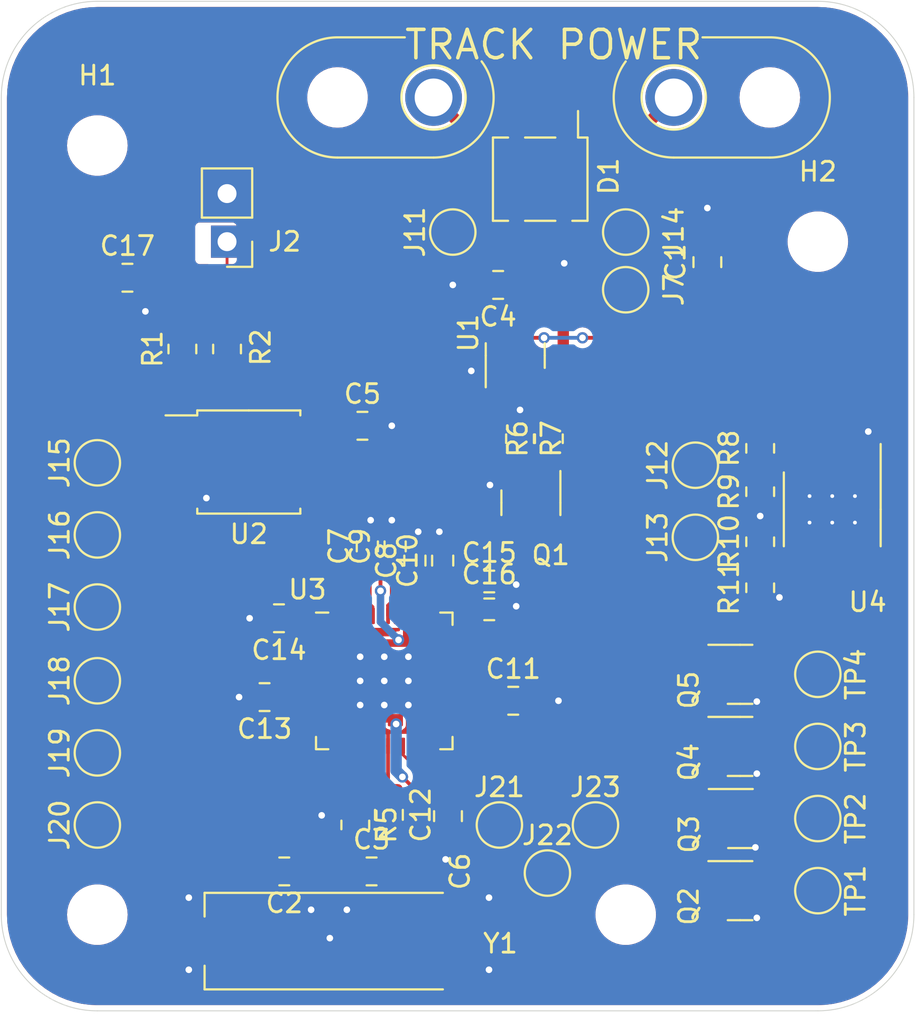
<source format=kicad_pcb>
(kicad_pcb (version 20221018) (generator pcbnew)
  (title_block (title "RP2040 Minimal Design Example") (date "2020-07-13") (rev "REV1") (company "Raspberry Pi (Trading) Ltd"))
  (layers (0 "F.Cu" signal) (31 "B.Cu" signal) (34 "B.Paste" user) (35 "F.Paste" user) (36 "B.SilkS" user "B.Silkscreen") (37 "F.SilkS" user "F.Silkscreen") (38 "B.Mask" user) (39 "F.Mask" user) (44 "Edge.Cuts" user))
  (net 0 "")
  (net 1 "+3V3")
  (net 2 "GND")
  (net 3 "/XIN")
  (net 4 "Net-(C3-Pad1)")
  (net 5 "VCC")
  (net 6 "+1V1")
  (net 7 "/~{USB_BOOT}")
  (net 8 "/MOTOR_OUT_A")
  (net 9 "/MOTOR_OUT_B")
  (net 10 "/GPIO0")
  (net 11 "/GPIO1")
  (net 12 "/GPIO2")
  (net 13 "/GPIO3")
  (net 14 "/GPIO4")
  (net 15 "/GPIO5")
  (net 16 "/SWCLK")
  (net 17 "/SWD")
  (net 18 "/RUN")
  (net 19 "Net-(Q1-G)")
  (net 20 "/GPIO21")
  (net 21 "/GPIO24")
  (net 22 "Net-(Q2-D)")
  (net 23 "/GPIO25")
  (net 24 "Net-(Q3-D)")
  (net 25 "/GPIO26")
  (net 26 "Net-(Q4-D)")
  (net 27 "/GPIO27")
  (net 28 "Net-(Q5-D)")
  (net 29 "/QSPI_SS")
  (net 30 "/XOUT")
  (net 31 "/GPIO28_ADC2")
  (net 32 "/GPIO29_ADC3")
  (net 33 "/QSPI_SD1")
  (net 34 "/QSPI_SD2")
  (net 35 "/QSPI_SD0")
  (net 36 "/QSPI_SCLK")
  (net 37 "/QSPI_SD3")
  (net 47 "Net-(J5-Pin_1)")
  (net 48 "/GPIO22")
  (net 49 "/GPIO23")
  (net 54 "Net-(J6-Pin_1)")
  (footprint "TestPoint:TestPoint_Pad_D2.0mm" (layer "F.Cu") (at 149.86 100.584 90)
    (fp_text reference "J17")
    (fp_text value "2")
  )
  (footprint "TestPoint:TestPoint_Pad_D2.0mm" (layer "F.Cu") (at 187.96 104.14 -90)
    (fp_text reference "TP4")
    (fp_text value "0")
  )
  (footprint "Capacitor_SMD:C_0805_2012Metric_Pad1.18x1.45mm_HandSolder" (layer "F.Cu") (at 165.278 111.564 -90)
    (fp_text reference "C12")
    (fp_text value "100n")
  )
  (footprint "Package_TO_SOT_SMD:TO-269AA" (layer "F.Cu") (at 173.279 77.978 -90)
    (fp_text reference "D1")
    (fp_text value "KMB24F")
  )
  (footprint "TestPoint:TestPoint_Pad_D2.0mm" (layer "F.Cu") (at 176.2 112.1)
    (fp_text reference "J23")
    (fp_text value "RUN")
  )
  (footprint "Package_SO:SOIC-8_5.23x5.23mm_P1.27mm" (layer "F.Cu") (at 157.868 92.923)
    (fp_text reference "U2")
    (fp_text value "W25Q128JVS")
  )
  (footprint "Resistor_SMD:R_0805_2012Metric_Pad1.20x1.40mm_HandSolder" (layer "F.Cu") (at 163.5 112.098 -90)
    (fp_text reference "R5")
    (fp_text value "1k")
  )
  (footprint "Package_TO_SOT_SMD:SOT-23" (layer "F.Cu") (at 172.786 95.0745 -90)
    (fp_text reference "Q1")
    (fp_text value "T2N7002BK")
  )
  (footprint "TestPoint:TestPoint_Pad_D2.0mm" (layer "F.Cu") (at 177.8 83.82 -90)
    (fp_text reference "J7")
    (fp_text value "+3V3")
  )
  (footprint "Resistor_SMD:R_0805_2012Metric_Pad1.20x1.40mm_HandSolder" (layer "F.Cu") (at 184.912 97.1344 90)
    (fp_text reference "R10")
    (fp_text value "6k8")
  )
  (footprint "MountingHole:MountingHole_2.7mm_M2.5" (layer "F.Cu") (at 185.42 73.66 -90)
    (fp_text reference "H5" hide)
    (fp_text value "MountingHole")
  )
  (footprint "Package_TO_SOT_SMD:SOT-23" (layer "F.Cu") (at 183.8475 104.14)
    (fp_text reference "Q5")
    (fp_text value "T2N7002BK")
  )
  (footprint "Capacitor_SMD:C_0805_2012Metric_Pad1.18x1.45mm_HandSolder" (layer "F.Cu") (at 168.402 111.633 -90)
    (fp_text reference "C6")
    (fp_text value "100n")
  )
  (footprint "TestPoint:TestPoint_Pad_D2.0mm" (layer "F.Cu") (at 181.483 96.901 90)
    (fp_text reference "J13")
    (fp_text value "M_OUT_A")
  )
  (footprint "Resistor_SMD:R_0805_2012Metric_Pad1.20x1.40mm_HandSolder" (layer "F.Cu") (at 173.736 91.692 90)
    (fp_text reference "R6")
    (fp_text value "6k8")
  )
  (footprint "TestPoint:TestPoint_Pad_D2.0mm" (layer "F.Cu") (at 168.656 80.772 90)
    (fp_text reference "J11")
    (fp_text value "+V")
  )
  (footprint "Capacitor_SMD:C_0805_2012Metric_Pad1.18x1.45mm_HandSolder" (layer "F.Cu") (at 171.8525 105.537)
    (fp_text reference "C11")
    (fp_text value "100n")
  )
  (footprint "TestPoint:TestPoint_Pad_D2.0mm" (layer "F.Cu") (at 149.86 108.29 90)
    (fp_text reference "J19")
    (fp_text value "4")
  )
  (footprint "Package_TO_SOT_SMD:SOT-23" (layer "F.Cu") (at 183.8475 115.57)
    (fp_text reference "Q2")
    (fp_text value "T2N7002BK")
  )
  (footprint "MountingHole:MountingHole_2.7mm_M2.5" (layer "F.Cu") (at 162.56 73.66 180)
    (fp_text reference "H6" hide)
    (fp_text value "MountingHole")
  )
  (footprint "TestPoint:TestPoint_Pad_D2.0mm" (layer "F.Cu") (at 149.86 92.964 90)
    (fp_text reference "J15")
    (fp_text value "0")
  )
  (footprint "Resistor_SMD:R_0805_2012Metric_Pad1.20x1.40mm_HandSolder" (layer "F.Cu") (at 184.912 92.2 90)
    (fp_text reference "R8")
    (fp_text value "6k8")
  )
  (footprint "Capacitor_SMD:C_0805_2012Metric_Pad1.18x1.45mm_HandSolder" (layer "F.Cu") (at 158.702 105.3436 180)
    (fp_text reference "C13")
    (fp_text value "100n")
  )
  (footprint "TestPoint:TestPoint_Pad_D2.0mm" (layer "F.Cu") (at 177.8 80.772 90)
    (fp_text reference "J14")
    (fp_text value "GND")
  )
  (footprint "Capacitor_SMD:C_0805_2012Metric_Pad1.18x1.45mm_HandSolder" (layer "F.Cu") (at 170.584 100.543)
    (fp_text reference "C16")
    (fp_text value "100n")
  )
  (footprint "TestPoint:TestPoint_Pad_D2.0mm" (layer "F.Cu") (at 181.483 93.091 90)
    (fp_text reference "J12")
    (fp_text value "M_OUT_B")
  )
  (footprint "Capacitor_SMD:C_0805_2012Metric_Pad1.18x1.45mm_HandSolder" (layer "F.Cu") (at 164.3128 97.38 90)
    (fp_text reference "C7")
    (fp_text value "100n")
  )
  (footprint "TestPoint:TestPoint_Plated_Hole_D2.0mm" (layer "F.Cu") (at 180.34 73.66 180)
    (fp_text reference "J5" hide)
    (fp_text value "T0")
  )
  (footprint "Connector_PinHeader_2.54mm:PinHeader_1x02_P2.54mm_Vertical" (layer "F.Cu") (at 156.718 81.28 180)
    (fp_text reference "J2")
    (fp_text value "Conn_01x02")
  )
  (footprint "MountingHole:MountingHole_2.7mm_M2.5" (layer "F.Cu") (at 149.86 116.84 90)
    (fp_text reference "H4" hide)
    (fp_text value "MountingHole")
  )
  (footprint "Capacitor_SMD:C_0805_2012Metric_Pad1.18x1.45mm_HandSolder" (layer "F.Cu") (at 182.118 82.362 90)
    (fp_text reference "C1")
    (fp_text value "10u")
  )
  (footprint "TestPoint:TestPoint_Pad_D2.0mm" (layer "F.Cu") (at 173.66 114.64)
    (fp_text reference "J22")
    (fp_text value "SWDIO")
  )
  (footprint "TestPoint:TestPoint_Pad_D2.0mm" (layer "F.Cu") (at 187.96 115.57 -90)
    (fp_text reference "TP1")
    (fp_text value "0")
  )
  (footprint "Capacitor_SMD:C_0805_2012Metric_Pad1.18x1.45mm_HandSolder" (layer "F.Cu") (at 163.878 91.008)
    (fp_text reference "C5")
    (fp_text value "100n")
  )
  (footprint "Capacitor_SMD:C_0805_2012Metric_Pad1.18x1.45mm_HandSolder" (layer "F.Cu") (at 167.945 98.13 90)
    (fp_text reference "C10")
    (fp_text value "1u")
  )
  (footprint "RP2040_minimal:RP2040-QFN-56" (layer "F.Cu") (at 165.0325 104.4875)
    (fp_text reference "U3")
    (fp_text value "RP2040")
  )
  (footprint "TestPoint:TestPoint_Pad_D2.0mm" (layer "F.Cu") (at 187.96 107.95 -90)
    (fp_text reference "TP3")
    (fp_text value "0")
  )
  (footprint "Capacitor_SMD:C_0805_2012Metric_Pad1.18x1.45mm_HandSolder" (layer "F.Cu") (at 151.45 83.185)
    (fp_text reference "C17")
    (fp_text value "10u")
  )
  (footprint "TestPoint:TestPoint_Pad_D2.0mm" (layer "F.Cu") (at 187.96 111.76 -90)
    (fp_text reference "TP2")
    (fp_text value "0")
  )
  (footprint "Capacitor_SMD:C_0805_2012Metric_Pad1.18x1.45mm_HandSolder" (layer "F.Cu") (at 164.361 114.554)
    (fp_text reference "C3")
    (fp_text value "27p")
  )
  (footprint "Package_TO_SOT_SMD:SOT-23" (layer "F.Cu") (at 183.8683 111.76)
    (fp_text reference "Q3")
    (fp_text value "T2N7002BK")
  )
  (footprint "TestPoint:TestPoint_Pad_D2.0mm" (layer "F.Cu") (at 149.86 96.774 90)
    (fp_text reference "J16")
    (fp_text value "1")
  )
  (footprint "Resistor_SMD:R_0805_2012Metric_Pad1.20x1.40mm_HandSolder" (layer "F.Cu") (at 156.718 86.952 90)
    (fp_text reference "R1")
    (fp_text value "1k")
  )
  (footprint "MountingHole:MountingHole_2.7mm_M2.5" (layer "F.Cu") (at 149.86 76.2)
    (fp_text reference "H1")
    (fp_text value "MountingHole")
  )
  (footprint "Capacitor_SMD:C_0805_2012Metric_Pad1.18x1.45mm_HandSolder" (layer "F.Cu") (at 159.7445 114.554 180)
    (fp_text reference "C2")
    (fp_text value "27p")
  )
  (footprint "Capacitor_SMD:C_0805_2012Metric_Pad1.18x1.45mm_HandSolder" (layer "F.Cu") (at 166.8274 98.1326 90)
    (fp_text reference "C8")
    (fp_text value "1u")
  )
  (footprint "RP2040_minimal:Crystal_SMD_HC49-US" (layer "F.Cu") (at 162.23 118.237)
    (fp_text reference "Y1")
    (fp_text value "ABLS-12.000MHZ-B4-T")
  )
  (footprint "TestPoint:TestPoint_Pad_D2.0mm" (layer "F.Cu") (at 149.86 112.1 90)
    (fp_text reference "J20")
    (fp_text value "5")
  )
  (footprint "Package_TO_SOT_SMD:SOT-23" (layer "F.Cu") (at 171.958 87.2975 90)
    (fp_text reference "U1")
    (fp_text value "NCP1117-3.3_SOT223")
  )
  (footprint "MountingHole:MountingHole_2.7mm_M2.5" (layer "F.Cu") (at 177.8 116.84)
    (fp_text reference "H3" hide)
    (fp_text value "MountingHole")
  )
  (footprint "TestPoint:TestPoint_Plated_Hole_D2.0mm" (layer "F.Cu") (at 167.64 73.66 180)
    (fp_text reference "J6" hide)
    (fp_text value "T1")
  )
  (footprint "TestPoint:TestPoint_Pad_D2.0mm" (layer "F.Cu") (at 149.86 104.48 90)
    (fp_text reference "J18")
    (fp_text value "3")
  )
  (footprint "Capacitor_SMD:C_0805_2012Metric_Pad1.18x1.45mm_HandSolder" (layer "F.Cu") (at 159.464 101.178 180)
    (fp_text reference "C14")
    (fp_text value "100n")
  )
  (footprint "Resistor_SMD:R_0805_2012Metric_Pad1.20x1.40mm_HandSolder" (layer "F.Cu") (at 184.912 99.566 90)
    (fp_text reference "R11")
    (fp_text value "1k")
  )
  (footprint "Capacitor_SMD:C_0805_2012Metric_Pad1.18x1.45mm_HandSolder" (layer "F.Cu") (at 171.054 83.566 180)
    (fp_text reference "C4")
    (fp_text value "10u")
  )
  (footprint "Capacitor_SMD:C_0805_2012Metric_Pad1.18x1.45mm_HandSolder" (layer "F.Cu") (at 170.584 99.4)
    (fp_text reference "C15")
    (fp_text value "100n")
  )
  (footprint "TestPoint:TestPoint_Pad_D2.0mm" (layer "F.Cu") (at 171.12 112.1)
    (fp_text reference "J21")
    (fp_text value "SWCLK")
  )
  (footprint "Resistor_SMD:R_0805_2012Metric_Pad1.20x1.40mm_HandSolder" (layer "F.Cu") (at 184.912 94.49 90)
    (fp_text reference "R9")
    (fp_text value "1k")
  )
  (footprint "MountingHole:MountingHole_2.7mm_M2.5" (layer "F.Cu") (at 187.96 81.28)
    (fp_text reference "H2")
    (fp_text value "MountingHole")
  )
  (footprint "Package_SO:SOIC-8-1EP_3.9x4.9mm_P1.27mm_EP2.41x3.3mm_ThermalVias" (layer "F.Cu") (at 188.722 95.4234 -90)
    (fp_text reference "U4")
    (fp_text value "BDR6133")
  )
  (footprint "Package_TO_SOT_SMD:SOT-23" (layer "F.Cu") (at 183.8475 107.95)
    (fp_text reference "Q4")
    (fp_text value "T2N7002BK")
  )
  (footprint "Capacitor_SMD:C_0805_2012Metric_Pad1.18x1.45mm_HandSolder" (layer "F.Cu") (at 165.4304 97.38 90)
    (fp_text reference "C9")
    (fp_text value "100n")
  )
  (footprint "Resistor_SMD:R_0805_2012Metric_Pad1.20x1.40mm_HandSolder" (layer "F.Cu") (at 154.356 86.952 -90)
    (fp_text reference "R2")
    (fp_text value "DNF")
  )
  (footprint "Resistor_SMD:R_0805_2012Metric_Pad1.20x1.40mm_HandSolder" (layer "F.Cu") (at 172.212 91.692 -90)
    (fp_text reference "R7")
    (fp_text value "6k8")
  )
  (gr_arc (start 180.34 76.835) (mid 177.500194 75.079903) (end 177.8 71.755) (stroke (width 0.12)) (layer "F.SilkS"))
  (gr_line (start 162.56 76.835) (end 167.64 76.835) (stroke (width 0.12)) (layer "F.SilkS"))
  (gr_line (start 185.42 70.485) (end 181.864 70.485) (stroke (width 0.12)) (layer "F.SilkS"))
  (gr_arc (start 162.56 76.835) (mid 159.385 73.66) (end 162.56 70.485) (stroke (width 0.12)) (layer "F.SilkS"))
  (gr_arc (start 170.18 71.755) (mid 170.479806 75.079903) (end 167.64 76.835) (stroke (width 0.12)) (layer "F.SilkS"))
  (gr_line (start 162.56 70.485) (end 166.116 70.485) (stroke (width 0.12)) (layer "F.SilkS"))
  (gr_line (start 185.42 76.835) (end 180.34 76.835) (stroke (width 0.12)) (layer "F.SilkS"))
  (gr_arc (start 185.42 70.485) (mid 188.595 73.66) (end 185.42 76.835) (stroke (width 0.12)) (layer "F.SilkS"))
  (gr_arc (start 187.96 68.58) (mid 191.552102 70.067898) (end 193.04 73.66) (stroke (width 0.05)) (layer "Edge.Cuts"))
  (gr_arc (start 144.78 73.66) (mid 146.267898 70.067898) (end 149.86 68.58) (stroke (width 0.05)) (layer "Edge.Cuts"))
  (gr_line (start 149.86 68.58) (end 187.96 68.58) (stroke (width 0.05)) (layer "Edge.Cuts"))
  (gr_line (start 144.78 116.84) (end 144.78 73.66) (stroke (width 0.05)) (layer "Edge.Cuts"))
  (gr_arc (start 193.04 116.84) (mid 191.552102 120.432102) (end 187.96 121.92) (stroke (width 0.05)) (layer "Edge.Cuts"))
  (gr_arc (start 149.86 121.92) (mid 146.267898 120.432102) (end 144.78 116.84) (stroke (width 0.05)) (layer "Edge.Cuts"))
  (gr_line (start 187.96 121.92) (end 149.86 121.92) (stroke (width 0.05)) (layer "Edge.Cuts"))
  (gr_line (start 193.04 73.66) (end 193.04 116.84) (stroke (width 0.05)) (layer "Edge.Cuts"))
  (gr_text "TRACK POWER" (at 173.99 71.755) (layer "F.SilkS") (effects (font (size 1.5 1.5) (thickness 0.1875)) (justify bottom)))
  (segment (start 161.595 105.4875) (end 159.3259 105.4875) (width 0.2) (layer "F.Cu") (net 1))
  (segment (start 165.278 111.084) (end 165.532 111.084) (width 0.2) (layer "F.Cu") (net 1))
  (segment (start 161.2631 101.8875) (end 160.5536 101.178) (width 0.15) (layer "F.Cu") (net 1))
  (segment (start 167.6825 105.4875) (end 167.564 105.369) (width 0.2) (layer "F.Cu") (net 1))
  (segment (start 165.2325 107.925) (end 165.2325 111.0385) (width 0.2) (layer "F.Cu") (net 1))
  (segment (start 167.2325 101.05) (end 167.2325 99.9347) (width 0.2) (layer "F.Cu") (net 1))
  (segment (start 161.595 101.8875) (end 162.4315 101.8875) (width 0.15) (layer "F.Cu") (net 1))
  (segment (start 168.47 105.4875) (end 167.6825 105.4875) (width 0.2) (layer "F.Cu") (net 1))
  (segment (start 165.2325 107.2793) (end 165.1256 107.1724) (width 0.2) (layer "F.Cu") (net 1))
  (segment (start 170.7655 105.4875) (end 170.815 105.537) (width 0.2) (layer "F.Cu") (net 1))
  (segment (start 167.6165 101.8875) (end 167.564 101.94) (width 0.15) (layer "F.Cu") (net 1))
  (segment (start 168.47 101.8875) (end 169.3945 101.8875) (width 0.15) (layer "F.Cu") (net 1))
  (segment (start 168.47 105.4875) (end 170.7655 105.4875) (width 0.2) (layer "F.Cu") (net 1))
  (segment (start 169.3945 101.8875) (end 169.596 101.686) (width 0.15) (layer "F.Cu") (net 1))
  (segment (start 165.2325 107.925) (end 165.2325 107.2793) (width 0.2) (layer "F.Cu") (net 1))
  (segment (start 165.2325 111.0385) (end 165.278 111.084) (width 0.2) (layer "F.Cu") (net 1))
  (segment (start 163.322 90.932) (end 163.398 91.008) (width 0.15) (layer "F.Cu") (net 1))
  (segment (start 168.47 101.8875) (end 167.6165 101.8875) (width 0.15) (layer "F.Cu") (net 1))
  (segment (start 161.595 101.8875) (end 161.2631 101.8875) (width 0.15) (layer "F.Cu") (net 1))
  (segment (start 165.43 100.3075) (end 165.43 97.8604) (width 0.2) (layer "F.Cu") (net 1))
  (segment (start 162.4315 101.8875) (end 162.484 101.94) (width 0.15) (layer "F.Cu") (net 1))
  (segment (start 165.532 111.084) (end 165.913 111.465) (width 0.2) (layer "F.Cu") (net 1))
  (segment (start 165.2325 100.505) (end 165.43 100.3075) (width 0.2) (layer "F.Cu") (net 1))
  (segment (start 165.6325 100.51) (end 165.43 100.3075) (width 0.2) (layer "F.Cu") (net 1))
  (segment (start 165.913 111.465) (end 165.913 112.608) (width 0.2) (layer "F.Cu") (net 1))
  (segment (start 167.945 99.2222) (end 167.945 98.61) (width 0.2) (layer "F.Cu") (net 1))
  (segment (start 161.595 105.4875) (end 162.4755 105.4875) (width 0.2) (layer "F.Cu") (net 1))
  (segment (start 165.6325 101.05) (end 165.6325 100.51) (width 0.2) (layer "F.Cu") (net 1))
  (segment (start 163.388 91.018) (end 163.398 91.008) (width 0.15) (layer "F.Cu") (net 1))
  (segment (start 167.2325 99.9347) (end 167.945 99.2222) (width 0.2) (layer "F.Cu") (net 1))
  (segment (start 160.5536 101.178) (end 159.944 101.178) (width 0.15) (layer "F.Cu") (net 1))
  (segment (start 159.3259 105.4875) (end 159.182 105.3436) (width 0.2) (layer "F.Cu") (net 1))
  (segment (start 165.43 97.8604) (end 165.4304 97.86) (width 0.2) (layer "F.Cu") (net 1))
  (segment (start 189.357 92.9484) (end 189.357 91.059) (width 0.15) (layer "F.Cu") (net 1))
  (segment (start 165.2325 101.0425) (end 165.2325 100.505) (width 0.2) (layer "F.Cu") (net 1))
  (segment (start 161.468 91.018) (end 163.388 91.018) (width 0.15) (layer "F.Cu") (net 1))
  (segment (start 154.268 94.828) (end 155.626 94.828) (width 0.15) (layer "F.Cu") (net 2))
  (segment (start 171.059 88.108) (end 169.634 88.108) (width 0.2) (layer "F.Cu") (net 2))
  (segment (start 184.15 112.776) (end 184.638 113.264) (width 0.2) (layer "F.Cu") (net 2))
  (segment (start 182.91 108.9) (end 184.246 108.9) (width 0.2) (layer "F.Cu") (net 2))
  (segment (start 164.358 91.008) (end 165.43 91.008) (width 0.2) (layer "F.Cu") (net 2))
  (segment (start 177.519 81.053) (end 177.8 80.772) (width 0.2) (layer "F.Cu") (net 2))
  (segment (start 182.91 105.09) (end 184.246 105.09) (width 0.2) (layer "F.Cu") (net 2))
  (segment (start 172.89 105.537) (end 174.244 105.537) (width 0.15) (layer "F.Cu") (net 2))
  (segment (start 167.945 97.65) (end 167.945 96.606) (width 0.15) (layer "F.Cu") (net 2))
  (segment (start 174.549 81.053) (end 174.549 82.423) (width 0.2) (layer "F.Cu") (net 2))
  (segment (start 166.8274 97.6526) (end 166.8274 96.606) (width 0.15) (layer "F.Cu") (net 2))
  (segment (start 171.064 99.4) (end 172.009 99.4) (width 0.2) (layer "F.Cu") (net 2))
  (segment (start 172.212 91.182) (end 172.212 90.17) (width 0.15) (layer "F.Cu") (net 2))
  (segment (start 152.4 83.185) (end 152.4 84.963) (width 0.2) (layer "F.Cu") (net 2))
  (segment (start 184.246 108.9) (end 184.734 109.388) (width 0.2) (layer "F.Cu") (net 2))
  (segment (start 158.928 101.178) (end 157.9348 101.178) (width 0.2) (layer "F.Cu") (net 2))
  (segment (start 184.912 95) (end 184.912 95.7766) (width 0.15) (layer "F.Cu") (net 2))
  (segment (start 158.222 105.3436) (end 157.3532 105.3436) (width 0.2) (layer "F.Cu") (net 2))
  (segment (start 182.91 116.52) (end 184.246 116.52) (width 0.2) (layer "F.Cu") (net 2))
  (segment (start 174.549 81.053) (end 177.519 81.053) (width 0.2) (layer "F.Cu") (net 2))
  (segment (start 171.064 100.543) (end 172.009 100.543) (width 0.2) (layer "F.Cu") (net 2))
  (segment (start 170.104 83.566) (end 168.656 83.566) (width 0.2) (layer "F.Cu") (net 2))
  (segment (start 170.622 94.137) (end 171.836 94.137) (width 0.15) (layer "F.Cu") (net 2))
  (segment (start 184.912 100.076) (end 185.928 100.076) (width 0.2) (layer "F.Cu") (net 2))
  (segment (start 165.4304 96.9) (end 165.4304 95.9964) (width 0.15) (layer "F.Cu") (net 2))
  (segment (start 168.275 112.6705) (end 168.275 113.919) (width 0.15) (layer "F.Cu") (net 2))
  (segment (start 164.0325 109.2815) (end 164.0325 107.925) (width 0.2) (layer "F.Cu") (net 2))
  (segment (start 190.627 92.9484) (end 190.627 91.313) (width 0.15) (layer "F.Cu") (net 2))
  (segment (start 182.118 81.412) (end 182.118 79.502) (width 0.3) (layer "F.Cu") (net 2))
  (segment (start 164.3128 96.9) (end 164.3128 95.9964) (width 0.15) (layer "F.Cu") (net 2))
  (segment (start 182.814 112.776) (end 184.15 112.776) (width 0.2) (layer "F.Cu") (net 2))
  (segment (start 184.246 105.09) (end 184.734 105.578) (width 0.2) (layer "F.Cu") (net 2))
  (segment (start 184.246 116.52) (end 184.734 117.008) (width 0.2) (layer "F.Cu") (net 2))
  (segment (start 161.722 111.592) (end 164.0325 109.2815) (width 0.2) (layer "F.Cu") (net 2))
  (via (at 184.734 105.578) (size 0.6) (drill 0.35) (layers "F.Cu" "B.Cu") (net 2))
  (via (at 190.627 91.313) (size 0.6) (drill 0.35) (layers "F.Cu" "B.Cu") (net 2))
  (via (at 152.4 84.963) (size 0.6) (drill 0.35) (layers "F.Cu" "B.Cu") (net 2))
  (via (at 170.622 94.137) (size 0.6) (drill 0.35) (layers "F.Cu" "B.Cu") (net 2))
  (via (at 184.658 113.284) (size 0.6) (drill 0.35) (layers "F.Cu" "B.Cu") (net 2))
  (via (at 162.153062 118.079919) (size 0.6) (drill 0.35) (layers "F.Cu" "B.Cu") (net 2))
  (via (at 168.275 113.919) (size 0.6) (drill 0.35) (layers "F.Cu" "B.Cu") (net 2))
  (via (at 174.244 105.537) (size 0.6) (drill 0.35) (layers "F.Cu" "B.Cu") (net 2))
  (via (at 161.722 111.592) (size 0.6) (drill 0.35) (layers "F.Cu" "B.Cu") (net 2))
  (via (at 154.695 119.75) (size 0.6) (drill 0.35) (layers "F.Cu" "B.Cu") (net 2))
  (via (at 184.734 109.388) (size 0.6) (drill 0.35) (layers "F.Cu" "B.Cu") (net 2))
  (via (at 185.928 100.076) (size 0.6) (drill 0.35) (layers "F.Cu" "B.Cu") (net 2))
  (via (at 172.212 90.17) (size 0.6) (drill 0.35) (layers "F.Cu" "B.Cu") (net 2))
  (via (at 182.118 79.502) (size 0.6) (drill 0.35) (layers "F.Cu" "B.Cu") (net 2))
  (via (at 157.3532 105.3436) (size 0.6) (drill 0.35) (layers "F.Cu" "B.Cu") (net 2))
  (via (at 184.912 95.7766) (size 0.6) (drill 0.35) (layers "F.Cu" "B.Cu") (net 2))
  (via (at 164.3128 95.9964) (size 0.6) (drill 0.35) (layers "F.Cu" "B.Cu") (net 2))
  (via (at 155.626 94.828) (size 0.6) (drill 0.35) (layers "F.Cu" "B.Cu") (net 2))
  (via (at 165.4304 95.9964) (size 0.6) (drill 0.35) (layers "F.Cu" "B.Cu") (net 2))
  (via (at 154.695 115.94) (size 0.6) (drill 0.35) (layers "F.Cu" "B.Cu") (net 2))
  (via (at 172.009 100.543) (size 0.6) (drill 0.35) (layers "F.Cu" "B.Cu") (net 2))
  (via (at 167.945 96.606) (size 0.6) (drill 0.35) (layers "F.Cu" "B.Cu") (net 2))
  (via (at 169.634 88.108) (size 0.6) (drill 0.35) (layers "F.Cu" "B.Cu") (net 2))
  (via (at 157.912 101.178) (size 0.6) (drill 0.35) (layers "F.Cu" "B.Cu") (net 2))
  (via (at 168.656 83.566) (size 0.6) (drill 0.35) (layers "F.Cu" "B.Cu") (net 2))
  (via (at 166.8274 96.606) (size 0.6) (drill 0.35) (layers "F.Cu" "B.Cu") (net 2))
  (via (at 163.053062 116.579919) (size 0.6) (drill 0.35) (layers "F.Cu" "B.Cu") (net 2))
  (via (at 170.57 119.75) (size 0.6) (drill 0.35) (layers "F.Cu" "B.Cu") (net 2))
  (via (at 184.734 117.008) (size 0.6) (drill 0.35) (layers "F.Cu" "B.Cu") (net 2))
  (via (at 170.57 115.94) (size 0.6) (drill 0.35) (layers "F.Cu" "B.Cu") (net 2))
  (via (at 161.1632 116.579919) (size 0.6) (drill 0.35) (layers "F.Cu" "B.Cu") (net 2))
  (via (at 165.43 91.008) (size 0.6) (drill 0.35) (layers "F.Cu" "B.Cu") (net 2))
  (via (at 172.009 99.4) (size 0.6) (drill 0.35) (layers "F.Cu" "B.Cu") (net 2))
  (via (at 174.549 82.423) (size 0.6) (drill 0.35) (layers "F.Cu" "B.Cu") (net 2))
  (segment (start 161.214 117.942) (end 157.73 117.942) (width 0.2) (layer "F.Cu") (net 3))
  (segment (start 160.706 114.005) (end 162.738 111.973) (width 0.2) (layer "F.Cu") (net 3))
  (segment (start 160.706 114.005) (end 160.833 114.005) (width 0.2) (layer "F.Cu") (net 3))
  (segment (start 160.833 114.005) (end 161.976 115.148) (width 0.2) (layer "F.Cu") (net 3))
  (segment (start 161.976 117.18) (end 161.214 117.942) (width 0.2) (layer "F.Cu") (net 3))
  (segment (start 162.738 111.973) (end 162.738 111.42325) (width 0.2) (layer "F.Cu") (net 3))
  (segment (start 161.976 115.148) (end 161.976 117.18) (width 0.2) (layer "F.Cu") (net 3))
  (segment (start 164.4325 107.925) (end 164.4325 109.72875) (width 0.2) (layer "F.Cu") (net 3))
  (segment (start 164.4325 109.72875) (end 162.738 111.42325) (width 0.2) (layer "F.Cu") (net 3))
  (segment (start 163.0936 117.942) (end 162.326 117.1744) (width 0.2) (layer "F.Cu") (net 4))
  (segment (start 163.881 113.4716) (end 163.5 113.0906) (width 0.2) (layer "F.Cu") (net 4))
  (segment (start 166.73 117.942) (end 163.0936 117.942) (width 0.2) (layer "F.Cu") (net 4))
  (segment (start 163.4746 114.005) (end 163.881 114.005) (width 0.2) (layer "F.Cu") (net 4))
  (segment (start 163.881 114.005) (end 163.881 113.4716) (width 0.2) (layer "F.Cu") (net 4))
  (segment (start 162.326 117.1744) (end 162.326 115.1536) (width 0.2) (layer "F.Cu") (net 4))
  (segment (start 163.5 113.0906) (end 163.5 112.608) (width 0.2) (layer "F.Cu") (net 4))
  (segment (start 162.326 115.1536) (end 163.4746 114.005) (width 0.2) (layer "F.Cu") (net 4))
  (segment (start 172.009 81.053) (end 168.937 81.053) (width 0.2) (layer "F.Cu") (net 5))
  (segment (start 172.004 83.566) (end 172.009 83.561) (width 0.2) (layer "F.Cu") (net 5))
  (segment (start 175.514 86.36) (end 184.404 86.36) (width 0.2) (layer "F.Cu") (net 5))
  (segment (start 171.958 86.36) (end 173.482 86.36) (width 0.2) (layer "F.Cu") (net 5))
  (segment (start 188.087 90.043) (end 188.087 92.9484) (width 0.2) (layer "F.Cu") (net 5))
  (segment (start 168.937 81.053) (end 168.656 80.772) (width 0.2) (layer "F.Cu") (net 5))
  (segment (start 184.404 86.36) (end 188.087 90.043) (width 0.2) (layer "F.Cu") (net 5))
  (segment (start 171.958 86.36) (end 172.004 86.314) (width 0.2) (layer "F.Cu") (net 5))
  (segment (start 172.004 86.314) (end 172.004 83.566) (width 0.2) (layer "F.Cu") (net 5))
  (segment (start 172.009 83.561) (end 172.009 81.053) (width 0.2) (layer "F.Cu") (net 5))
  (via (at 175.514 86.36) (size 0.6) (drill 0.35) (layers "F.Cu" "B.Cu") (net 5))
  (via (at 173.482 86.36) (size 0.6) (drill 0.35) (layers "F.Cu" "B.Cu") (net 5))
  (segment (start 173.482 86.36) (end 175.514 86.36) (width 0.2) (layer "B.Cu") (net 5))
  (segment (start 166.8325 98.6177) (end 166.8274 98.6126) (width 0.2) (layer "F.Cu") (net 6))
  (segment (start 165.6325 107.925) (end 165.6325 109.201097) (width 0.2) (layer "F.Cu") (net 6))
  (segment (start 164.832823 99.285023) (end 164.832823 99.727643) (width 0.2) (layer "F.Cu") (net 6))
  (segment (start 166.548 110.116597) (end 165.991403 109.56) (width 0.2) (layer "F.Cu") (net 6))
  (segment (start 164.8325 99.727966) (end 164.832823 99.727643) (width 0.2) (layer "F.Cu") (net 6))
  (segment (start 166.548 111.084) (end 166.548 110.116597) (width 0.2) (layer "F.Cu") (net 6))
  (segment (start 164.3128 98.1554) (end 164.832823 98.675423) (width 0.2) (layer "F.Cu") (net 6))
  (segment (start 165.6325 109.201097) (end 165.991403 109.56) (width 0.2) (layer "F.Cu") (net 6))
  (segment (start 164.8325 101.05) (end 164.8325 99.727966) (width 0.2) (layer "F.Cu") (net 6))
  (segment (start 164.832823 98.675423) (end 164.832823 99.285023) (width 0.2) (layer "F.Cu") (net 6))
  (segment (start 166.8325 101.05) (end 166.8325 98.6177) (width 0.2) (layer "F.Cu") (net 6))
  (segment (start 164.3128 97.86) (end 164.3128 98.1554) (width 0.2) (layer "F.Cu") (net 6))
  (via (at 165.659 106.766) (size 0.6) (drill 0.35) (layers "F.Cu" "B.Cu") (net 6))
  (via (at 165.786 102.321) (size 0.6) (drill 0.35) (layers "F.Cu" "B.Cu") (net 6))
  (via (at 164.832823 99.727643) (size 0.6) (drill 0.35) (layers "F.Cu" "B.Cu") (net 6))
  (via (at 165.991403 109.56) (size 0.6) (drill 0.35) (layers "F.Cu" "B.Cu") (net 6))
  (segment (start 164.832823 101.367823) (end 165.786 102.321) (width 0.4) (layer "B.Cu") (net 6))
  (segment (start 164.832823 99.727643) (end 164.832823 101.367823) (width 0.4) (layer "B.Cu") (net 6))
  (segment (start 165.991403 109.56) (end 165.659 109.227597) (width 0.6) (layer "B.Cu") (net 6))
  (segment (start 165.659 109.227597) (end 165.659 106.766) (width 0.6) (layer "B.Cu") (net 6))
  (segment (start 156.718 85.952) (end 156.718 81.28) (width 0.15) (layer "F.Cu") (net 7))
  (segment (start 185.674 91.694) (end 182.88 91.694) (width 0.15) (layer "F.Cu") (net 8))
  (segment (start 186.817 92.837) (end 185.674 91.694) (width 0.15) (layer "F.Cu") (net 8))
  (segment (start 182.88 91.694) (end 181.483 93.091) (width 0.15) (layer "F.Cu") (net 8))
  (segment (start 186.817 92.9484) (end 186.817 92.837) (width 0.15) (layer "F.Cu") (net 8))
  (segment (start 181.737 96.647) (end 185.0164 96.647) (width 0.15) (layer "F.Cu") (net 9))
  (segment (start 181.483 96.901) (end 181.737 96.647) (width 0.15) (layer "F.Cu") (net 9))
  (segment (start 186.817 97.8984) (end 185.5656 96.647) (width 0.15) (layer "F.Cu") (net 9))
  (segment (start 185.5656 96.647) (end 185.0616 96.647) (width 0.15) (layer "F.Cu") (net 9))
  (segment (start 161.595 102.2875) (end 160.9011 102.2875) (width 0.15) (layer "F.Cu") (net 10))
  (segment (start 160.5536 101.94) (end 157.988 101.94) (width 0.15) (layer "F.Cu") (net 10))
  (segment (start 149.86 93.98) (end 157.82 101.94) (width 0.15) (layer "F.Cu") (net 10))
  (segment (start 157.82 101.94) (end 157.988 101.94) (width 0.15) (layer "F.Cu") (net 10))
  (segment (start 160.9011 102.2875) (end 160.5536 101.94) (width 0.15) (layer "F.Cu") (net 10))
  (segment (start 149.86 92.964) (end 149.86 93.98) (width 0.15) (layer "F.Cu") (net 10))
  (segment (start 155.829 102.829) (end 156.718 102.829) (width 0.15) (layer "F.Cu") (net 11))
  (segment (start 160.9391 103.0875) (end 160.6806 102.829) (width 0.15) (layer "F.Cu") (net 11))
  (segment (start 149.86 96.86) (end 155.829 102.829) (width 0.15) (layer "F.Cu") (net 11))
  (segment (start 160.6806 102.829) (end 156.718 102.829) (width 0.15) (layer "F.Cu") (net 11))
  (segment (start 161.595 103.0875) (end 160.9391 103.0875) (width 0.15) (layer "F.Cu") (net 11))
  (segment (start 154.686 103.718) (end 160.706 103.718) (width 0.15) (layer "F.Cu") (net 12))
  (segment (start 149.86 100.584) (end 152.994 103.718) (width 0.15) (layer "F.Cu") (net 12))
  (segment (start 160.706 103.718) (end 160.9365 103.4875) (width 0.15) (layer "F.Cu") (net 12))
  (segment (start 152.994 103.718) (end 154.686 103.718) (width 0.15) (layer "F.Cu") (net 12))
  (segment (start 160.9365 103.4875) (end 161.595 103.4875) (width 0.15) (layer "F.Cu") (net 12))
  (segment (start 160.706 104.48) (end 160.8985 104.2875) (width 0.15) (layer "F.Cu") (net 13))
  (segment (start 161.595 104.2875) (end 160.8985 104.2875) (width 0.15) (layer "F.Cu") (net 13))
  (segment (start 149.86 104.48) (end 160.706 104.48) (width 0.15) (layer "F.Cu") (net 13))
  (segment (start 149.86 108.29) (end 162.3316 108.29) (width 0.15) (layer "F.Cu") (net 14))
  (segment (start 162.3316 108.29) (end 162.4325 108.1891) (width 0.15) (layer "F.Cu") (net 14))
  (segment (start 162.4325 108.1891) (end 162.4325 107.925) (width 0.15) (layer "F.Cu") (net 14))
  (segment (start 163.2325 109.0655) (end 163.2325 107.925) (width 0.15) (layer "F.Cu") (net 15))
  (segment (start 160.198 112.1) (end 163.2325 109.0655) (width 0.15) (layer "F.Cu") (net 15))
  (segment (start 149.86 112.1) (end 160.198 112.1) (width 0.15) (layer "F.Cu") (net 15))
  (segment (start 171.12 109.779) (end 171.12 112.1) (width 0.15) (layer "F.Cu") (net 16))
  (segment (start 167.106563 109.474) (end 170.815 109.474) (width 0.15) (layer "F.Cu") (net 16))
  (segment (start 166.0325 108.399937) (end 167.106563 109.474) (width 0.15) (layer "F.Cu") (net 16))
  (segment (start 166.0325 107.925) (end 166.0325 108.399937) (width 0.15) (layer "F.Cu") (net 16))
  (segment (start 170.815 109.474) (end 171.12 109.779) (width 0.15) (layer "F.Cu") (net 16))
  (segment (start 166.4325 108.375673) (end 167.140914 109.084087) (width 0.15) (layer "F.Cu") (net 17))
  (segment (start 173.66 111.338) (end 173.66 114.64) (width 0.15) (layer "F.Cu") (net 17))
  (segment (start 166.4325 107.925) (end 166.4325 108.375673) (width 0.15) (layer "F.Cu") (net 17))
  (segment (start 167.140914 109.084087) (end 167.149827 109.093) (width 0.15) (layer "F.Cu") (net 17))
  (segment (start 172.39 110.068) (end 171.415 109.093) (width 0.15) (layer "F.Cu") (net 17))
  (segment (start 167.149827 109.093) (end 170.815 109.093) (width 0.15) (layer "F.Cu") (net 17))
  (segment (start 172.39 110.068) (end 173.66 111.338) (width 0.15) (layer "F.Cu") (net 17))
  (segment (start 171.415 109.093) (end 170.815 109.093) (width 0.15) (layer "F.Cu") (net 17))
  (segment (start 172.812 108.712) (end 176.2 112.1) (width 0.15) (layer "F.Cu") (net 18))
  (segment (start 166.8325 107.925) (end 166.8325 108.351409) (width 0.15) (layer "F.Cu") (net 18))
  (segment (start 167.193091 108.712) (end 172.812 108.712) (width 0.15) (layer "F.Cu") (net 18))
  (segment (start 166.8325 108.351409) (end 167.193091 108.712) (width 0.15) (layer "F.Cu") (net 18))
  (segment (start 172.212 92.202) (end 173.736 92.202) (width 0.15) (layer "F.Cu") (net 19))
  (segment (start 173.736 94.137) (end 173.736 92.202) (width 0.15) (layer "F.Cu") (net 19))
  (segment (start 172.72 96.012) (end 172.534 96.198) (width 0.15) (layer "F.Cu") (net 20))
  (segment (start 172.534 96.198) (end 172.534 101.034) (width 0.15) (layer "F.Cu") (net 20))
  (segment (start 171.2805 102.2875) (end 168.47 102.2875) (width 0.15) (layer "F.Cu") (net 20))
  (segment (start 171.963 101.605) (end 171.2805 102.2875) (width 0.15) (layer "F.Cu") (net 20))
  (segment (start 172.534 101.034) (end 171.963 101.605) (width 0.15) (layer "F.Cu") (net 20))
  (segment (start 167.6325 107.925) (end 174.981 107.925) (width 0.15) (layer "F.Cu") (net 21))
  (segment (start 174.981 107.925) (end 181.676 114.62) (width 0.15) (layer "F.Cu") (net 21))
  (segment (start 181.676 114.62) (end 182.91 114.62) (width 0.15) (layer "F.Cu") (net 21))
  (segment (start 184.785 115.57) (end 187.96 115.57) (width 0.15) (layer "F.Cu") (net 22))
  (segment (start 174.9055 107.0875) (end 178.628 110.81) (width 0.15) (layer "F.Cu") (net 23))
  (segment (start 168.47 107.0875) (end 174.9055 107.0875) (width 0.15) (layer "F.Cu") (net 23))
  (segment (start 178.628 110.81) (end 182.9308 110.81) (width 0.15) (layer "F.Cu") (net 23))
  (segment (start 184.658 111.76) (end 187.96 111.76) (width 0.15) (layer "F.Cu") (net 24))
  (segment (start 169.2795 106.2875) (end 169.672 106.68) (width 0.15) (layer "F.Cu") (net 25))
  (segment (start 175.514 106.68) (end 175.834 107) (width 0.15) (layer "F.Cu") (net 25))
  (segment (start 168.47 106.2875) (end 169.2795 106.2875) (width 0.15) (layer "F.Cu") (net 25))
  (segment (start 169.672 106.68) (end 175.514 106.68) (width 0.15) (layer "F.Cu") (net 25))
  (segment (start 175.834 107) (end 182.91 107) (width 0.15) (layer "F.Cu") (net 25))
  (segment (start 184.785 107.95) (end 187.96 107.95) (width 0.15) (layer "F.Cu") (net 26))
  (segment (start 169.3595 105.0875) (end 170.053 104.394) (width 0.15) (layer "F.Cu") (net 27))
  (segment (start 182.56 103.19) (end 182.91 103.19) (width 0.15) (layer "F.Cu") (net 27))
  (segment (start 181.356 104.394) (end 182.56 103.19) (width 0.15) (layer "F.Cu") (net 27))
  (segment (start 168.47 105.0875) (end 169.3595 105.0875) (width 0.15) (layer "F.Cu") (net 27))
  (segment (start 170.053 104.394) (end 181.356 104.394) (width 0.15) (layer "F.Cu") (net 27))
  (segment (start 184.785 104.14) (end 187.96 104.14) (width 0.15) (layer "F.Cu") (net 28))
  (segment (start 152.324 95.844) (end 152.324 92.542) (width 0.15) (layer "F.Cu") (net 29))
  (segment (start 162.4325 100.8725) (end 158.166 96.606) (width 0.15) (layer "F.Cu") (net 29))
  (segment (start 162.43 100.8775) (end 162.43 101.0775) (width 0.15) (layer "F.Cu") (net 29))
  (segment (start 154.268 91.018) (end 154.356 90.93) (width 0.15) (layer "F.Cu") (net 29))
  (segment (start 152.324 92.542) (end 153.848 91.018) (width 0.15) (layer "F.Cu") (net 29))
  (segment (start 153.848 91.018) (end 154.268 91.018) (width 0.15) (layer "F.Cu") (net 29))
  (segment (start 158.166 96.606) (end 153.086 96.606) (width 0.15) (layer "F.Cu") (net 29))
  (segment (start 154.356 90.93) (end 154.356 87.462) (width 0.15) (layer "F.Cu") (net 29))
  (segment (start 154.356 87.952) (end 156.718 87.952) (width 0.15) (layer "F.Cu") (net 29))
  (segment (start 162.4325 101.05) (end 162.4325 100.8725) (width 0.15) (layer "F.Cu") (net 29))
  (segment (start 153.086 96.606) (end 152.324 95.844) (width 0.15) (layer "F.Cu") (net 29))
  (segment (start 163.5 111.588) (end 164.8325 110.2555) (width 0.2) (layer "F.Cu") (net 30))
  (segment (start 164.8325 110.2555) (end 164.8325 107.925) (width 0.2) (layer "F.Cu") (net 30))
  (segment (start 173.736 100.838) (end 179.578 94.996) (width 0.15) (layer "F.Cu") (net 31))
  (segment (start 173.736 100.848) (end 173.736 100.838) (width 0.15) (layer "F.Cu") (net 31))
  (segment (start 171.8965 102.6875) (end 173.736 100.848) (width 0.15) (layer "F.Cu") (net 31))
  (segment (start 184.912 93.98) (end 184.912 92.71) (width 0.15) (layer "F.Cu") (net 31))
  (segment (start 179.578 94.996) (end 183.896 94.996) (width 0.15) (layer "F.Cu") (net 31))
  (segment (start 168.47 102.6875) (end 171.8965 102.6875) (width 0.15) (layer "F.Cu") (net 31))
  (segment (start 183.896 94.996) (end 184.912 93.98) (width 0.15) (layer "F.Cu") (net 31))
  (segment (start 184.912 99.056) (end 184.912 97.6444) (width 0.15) (layer "F.Cu") (net 32))
  (segment (start 183.646 99.056) (end 184.912 99.056) (width 0.15) (layer "F.Cu") (net 32))
  (segment (start 179.6145 103.0875) (end 183.646 99.056) (width 0.15) (layer "F.Cu") (net 32))
  (segment (start 168.47 103.0875) (end 179.6145 103.0875) (width 0.15) (layer "F.Cu") (net 32))
  (segment (start 162.8325 101.05) (end 162.8325 100.5105) (width 0.15) (layer "F.Cu") (net 33))
  (segment (start 162.8325 100.5105) (end 158.42 96.098) (width 0.15) (layer "F.Cu") (net 33))
  (segment (start 158.42 96.098) (end 153.594 96.098) (width 0.15) (layer "F.Cu") (net 33))
  (segment (start 153.594 96.098) (end 152.832 95.336) (width 0.15) (layer "F.Cu") (net 33))
  (segment (start 152.832 95.336) (end 152.832 93.05) (width 0.15) (layer "F.Cu") (net 33))
  (segment (start 153.594 92.288) (end 154.268 92.288) (width 0.15) (layer "F.Cu") (net 33))
  (segment (start 152.832 93.05) (end 153.594 92.288) (width 0.15) (layer "F.Cu") (net 33))
  (segment (start 154.268 93.558) (end 156.748 93.558) (width 0.15) (layer "F.Cu") (net 34))
  (segment (start 156.748 93.558) (end 163.2325 100.0425) (width 0.15) (layer "F.Cu") (net 34))
  (segment (start 163.2325 100.0425) (end 163.2325 101.05) (width 0.15) (layer "F.Cu") (net 34))
  (segment (start 163.6325 99.7425) (end 162.27 98.38) (width 0.15) (layer "F.Cu") (net 35))
  (segment (start 161.468 97.578) (end 162.27 98.38) (width 0.15) (layer "F.Cu") (net 35))
  (segment (start 163.6325 101.05) (end 163.6325 99.7425) (width 0.15) (layer "F.Cu") (net 35))
  (segment (start 161.468 94.828) (end 161.468 97.578) (width 0.15) (layer "F.Cu") (net 35))
  (segment (start 162.77 98.08) (end 163.9572 99.2672) (width 0.15) (layer "F.Cu") (net 36))
  (segment (start 163.9874 101.0049) (end 164.0325 101.05) (width 0.15) (layer "F.Cu") (net 36))
  (segment (start 163.9572 99.2672) (end 163.9572 100.9748) (width 0.15) (layer "F.Cu") (net 36))
  (segment (start 163.9572 100.9748) (end 163.9873 101.0049) (width 0.15) (layer "F.Cu") (net 36))
  (segment (start 163.9873 101.0049) (end 163.9874 101.0049) (width 0.15) (layer "F.Cu") (net 36))
  (segment (start 161.468 93.558) (end 162.048 93.558) (width 0.15) (layer "F.Cu") (net 36))
  (segment (start 162.77 94.28) (end 162.77 98.08) (width 0.15) (layer "F.Cu") (net 36))
  (segment (start 162.048 93.558) (end 162.77 94.28) (width 0.15) (layer "F.Cu") (net 36))
  (segment (start 164.4325 100.5757) (end 164.2874 100.4306) (width 0.15) (layer "F.Cu") (net 37))
  (segment (start 164.2874 98.7974) (end 163.27 97.78) (width 0.15) (layer "F.Cu") (net 37))
  (segment (start 162.078 92.288) (end 163.27 93.48) (width 0.15) (layer "F.Cu") (net 37))
  (segment (start 164.4325 101.05) (end 164.4325 100.5757) (width 0.15) (layer "F.Cu") (net 37))
  (segment (start 164.2874 100.4306) (end 164.2874 98.7974) (width 0.15) (layer "F.Cu") (net 37))
  (segment (start 161.468 92.288) (end 162.078 92.288) (width 0.15) (layer "F.Cu") (net 37))
  (segment (start 163.27 97.78) (end 163.27 93.48) (width 0.15) (layer "F.Cu") (net 37))
  (segment (start 179.097 74.903) (end 174.549 74.903) (width 0.6) (layer "F.Cu") (net 47))
  (segment (start 174.498 90.42) (end 173.736 91.182) (width 0.6) (layer "F.Cu") (net 47))
  (segment (start 180.34 73.66) (end 179.097 74.903) (width 0.6) (layer "F.Cu") (net 47))
  (segment (start 174.549 76.657) (end 173.228 77.978) (width 0.6) (layer "F.Cu") (net 47))
  (segment (start 174.498 83.432661) (end 174.498 90.42) (width 0.6) (layer "F.Cu") (net 47))
  (segment (start 173.228 77.978) (end 173.228 82.162661) (width 0.6) (layer "F.Cu") (net 47))
  (segment (start 173.228 82.162661) (end 174.498 83.432661) (width 0.6) (layer "F.Cu") (net 47))
  (segment (start 174.549 74.903) (end 174.549 76.657) (width 0.6) (layer "F.Cu") (net 47))
  (segment (start 189.357 100.457) (end 189.357 97.8984) (width 0.15) (layer "F.Cu") (net 48))
  (segment (start 188.214 101.6) (end 189.357 100.457) (width 0.15) (layer "F.Cu") (net 48))
  (segment (start 173.4805 103.8875) (end 172.974 103.8875) (width 0.15) (layer "F.Cu") (net 48))
  (segment (start 168.47 103.8875) (end 172.974 103.8875) (width 0.15) (layer "F.Cu") (net 48))
  (segment (start 182.626 101.6) (end 188.214 101.6) (width 0.15) (layer "F.Cu") (net 48))
  (segment (start 180.34 103.886) (end 182.626 101.6) (width 0.15) (layer "F.Cu") (net 48))
  (segment (start 173.482 103.886) (end 180.34 103.886) (width 0.15) (layer "F.Cu") (net 48))
  (segment (start 179.9765 103.4875) (end 182.372 101.092) (width 0.15) (layer "F.Cu") (net 49))
  (segment (start 187.452 101.092) (end 188.087 100.457) (width 0.15) (layer "F.Cu") (net 49))
  (segment (start 168.47 103.4875) (end 179.9765 103.4875) (width 0.15) (layer "F.Cu") (net 49))
  (segment (start 188.087 100.457) (end 188.087 97.8984) (width 0.15) (layer "F.Cu") (net 49))
  (segment (start 182.372 101.092) (end 187.452 101.092) (width 0.15) (layer "F.Cu") (net 49))
  (segment (start 168.883 74.903) (end 167.64 73.66) (width 0.6) (layer "F.Cu") (net 54))
  (segment (start 172.009 74.903) (end 168.883 74.903) (width 0.6) (layer "F.Cu") (net 54))
  (zone (net 6) (net_name "+1V1") (layer "F.Cu") (priority 1) (connect_pads yes (clearance 0.15)) (min_thickness 0.15) (fill yes (thermal_gap 0.508) (thermal_bridge_width 0.508))
    (polygon (pts (xy 167.02 102.69) (xy 163.42 102.69) (xy 163.42 106.09) (xy 166.02 106.09) (xy 166.02 106.89) (xy 165.22 106.89) (xy 165.22 106.69) (xy 162.82 106.69) (xy 162.82 102.29) (xy 165.62 102.29) (xy 165.62 102.09) (xy 166.02 102.09) (xy 166.02 101.69) (xy 167.02 101.69)))
  )
  (zone (net 2) (net_name "GND") (layer "F.Cu") (priority 1) (connect_pads yes (clearance 0.25)) (min_thickness 0.254) (fill yes (thermal_gap 0.5) (thermal_bridge_width 0.5))
    (polygon (pts (xy 171.391 113.4376) (xy 171.391 120.8376) (xy 153.975 120.8376) (xy 153.975 111.5376) (xy 164.375 111.5412) (xy 164.375 113.4376)))
  )
  (zone (net 1) (net_name "+3V3") (layer "F.Cu") (connect_pads yes (clearance 0.15)) (min_thickness 0.15) (fill yes (thermal_gap 0.508) (thermal_bridge_width 0.508))
    (polygon (pts (xy 167.83 107.286) (xy 162.23 107.286) (xy 162.23 101.686) (xy 165.03 101.686) (xy 165.83 101.686) (xy 167.83 101.686)))
  )
  (zone (net 1) (net_name "+3V3") (layer "F.Cu") (connect_pads (clearance 0.25)) (min_thickness 0.2) (fill yes (thermal_gap 0.3) (thermal_bridge_width 0.3))
    (polygon (pts (xy 193.04 121.92) (xy 144.78 121.92) (xy 144.78 68.58) (xy 193.04 68.58)))
    (polygon (pts (xy 176.53 91.44) (xy 176.53 96.774) (xy 170.815 102.489) (xy 168.783 102.489) (xy 168.783 108.331) (xy 161.29 108.3154) (xy 161.29 101.727) (xy 157.226 101.727) (xy 151.892 96.393) (xy 151.892 95.25) (xy 151.892 91.313) (xy 147.193 91.313) (xy 147.193 115.951) (xy 147.828 115.951) (xy 152.273 111.506) (xy 166.878 111.506) (xy 167.513 112.141) (xy 178.308 112.141) (xy 183.261 117.094) (xy 190.5 117.094) (xy 190.5 91.44)))
    (polygon (pts (xy 163.322 91.694) (xy 163.322 89.662) (xy 158.242 89.662) (xy 153.416 89.662) (xy 152.146 90.932) (xy 152.146 95.885) (xy 153.416 97.155) (xy 157.099 97.155) (xy 161.163 101.219) (xy 166.116 101.219) (xy 166.116 91.694)))
  )
  (zone (net 2) (net_name "GND") (layer "B.Cu") (priority 2) (connect_pads yes (clearance 0.25)) (min_thickness 0.254) (fill yes (thermal_gap 0.5) (thermal_bridge_width 0.5))
    (polygon (pts (xy 144.78 68.58) (xy 193.04 68.58) (xy 193.04 121.92) (xy 144.78 121.92)))
  )
)
</source>
